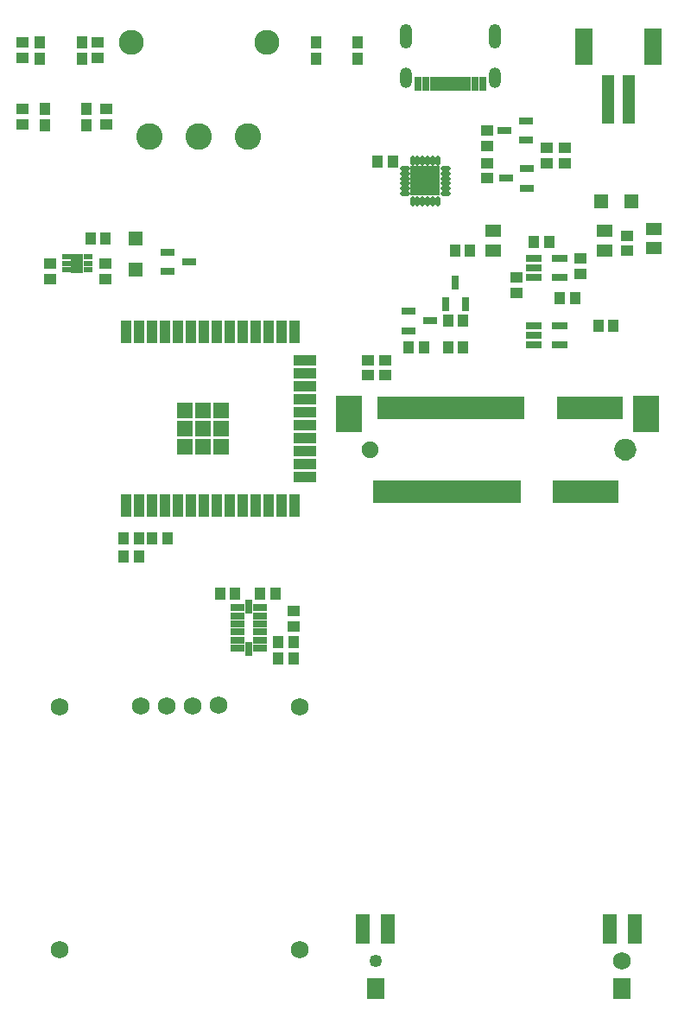
<source format=gts>
G04 Layer_Color=8388736*
%FSLAX25Y25*%
%MOIN*%
G70*
G01*
G75*
%ADD67R,0.04540X0.04343*%
%ADD68R,0.04343X0.04737*%
%ADD69R,0.04737X0.04147*%
%ADD70R,0.06312X0.04540*%
%ADD71R,0.04343X0.04540*%
%ADD72R,0.05308X0.02965*%
%ADD73R,0.02965X0.05308*%
%ADD74R,0.05721X0.03162*%
%ADD75R,0.05209X0.05682*%
%ADD76R,0.06036X0.06036*%
%ADD77R,0.04343X0.08674*%
%ADD78R,0.08674X0.04343*%
%ADD79R,0.03162X0.05721*%
%ADD80R,0.03162X0.05524*%
%ADD81R,0.01981X0.05524*%
%ADD82O,0.01902X0.03950*%
%ADD83O,0.03950X0.01902*%
%ADD84R,0.11430X0.11430*%
%ADD85R,0.06312X0.03162*%
%ADD86R,0.04147X0.04737*%
%ADD87R,0.05524X0.11430*%
%ADD88R,0.06706X0.08280*%
%ADD89R,0.03359X0.02178*%
%ADD90R,0.05131X0.07493*%
%ADD91R,0.05682X0.05209*%
%ADD92R,0.07099X0.14186*%
%ADD93R,0.04737X0.18910*%
%ADD94R,0.03300X0.09100*%
%ADD95R,0.10400X0.14000*%
%ADD96O,0.04737X0.07887*%
%ADD97O,0.04737X0.09461*%
%ADD98C,0.06902*%
%ADD99C,0.04934*%
%ADD100C,0.06800*%
%ADD101C,0.10249*%
%ADD102C,0.09658*%
%ADD103C,0.07202*%
%ADD104C,0.05202*%
G36*
X139910Y231731D02*
X140689Y231408D01*
X141357Y230895D01*
X141870Y230227D01*
X142192Y229448D01*
X142302Y228613D01*
X142192Y227778D01*
X141870Y226999D01*
X141357Y226331D01*
X140689Y225818D01*
X139910Y225495D01*
X139075Y225385D01*
X138239Y225495D01*
X137461Y225818D01*
X136793Y226331D01*
X136280Y226999D01*
X135957Y227778D01*
X135847Y228613D01*
X135957Y229448D01*
X136280Y230227D01*
X136793Y230895D01*
X137461Y231408D01*
X138239Y231731D01*
X139075Y231840D01*
X139910Y231731D01*
D02*
G37*
G36*
X238596Y232705D02*
X239618Y232282D01*
X240495Y231609D01*
X241169Y230731D01*
X241592Y229710D01*
X241736Y228613D01*
X241592Y227517D01*
X241169Y226495D01*
X240495Y225618D01*
X239618Y224944D01*
X238596Y224521D01*
X237500Y224377D01*
X236404Y224521D01*
X235382Y224944D01*
X234505Y225618D01*
X233831Y226495D01*
X233408Y227517D01*
X233264Y228613D01*
X233408Y229710D01*
X233831Y230731D01*
X234505Y231609D01*
X235382Y232282D01*
X236404Y232705D01*
X237500Y232849D01*
X238596Y232705D01*
D02*
G37*
D67*
X33900Y379780D02*
D03*
Y385685D02*
D03*
X37300Y354009D02*
D03*
Y359914D02*
D03*
X138300Y257219D02*
D03*
Y263124D02*
D03*
X144900Y257219D02*
D03*
Y263124D02*
D03*
X238250Y311167D02*
D03*
Y305262D02*
D03*
X220250Y302215D02*
D03*
Y296309D02*
D03*
X207035Y345061D02*
D03*
Y339156D02*
D03*
X184035Y339156D02*
D03*
Y333250D02*
D03*
Y345844D02*
D03*
Y351750D02*
D03*
X214035Y339156D02*
D03*
Y345061D02*
D03*
D68*
X13429Y359914D02*
D03*
X29571D02*
D03*
Y353615D02*
D03*
X13429D02*
D03*
X118039Y379386D02*
D03*
X134181D02*
D03*
Y385685D02*
D03*
X118039D02*
D03*
X11614Y379386D02*
D03*
X27756D02*
D03*
Y385685D02*
D03*
X11614D02*
D03*
D69*
X4800Y354009D02*
D03*
Y359914D02*
D03*
X195374Y289069D02*
D03*
Y294974D02*
D03*
X37000Y294512D02*
D03*
Y300417D02*
D03*
X15500Y294512D02*
D03*
Y300417D02*
D03*
X4800Y379780D02*
D03*
Y385685D02*
D03*
X109500Y166417D02*
D03*
Y160512D02*
D03*
D70*
X186512Y305428D02*
D03*
Y312909D02*
D03*
X248439Y306306D02*
D03*
Y313786D02*
D03*
X229561Y312909D02*
D03*
Y305428D02*
D03*
D71*
X171752Y305262D02*
D03*
X177658D02*
D03*
X109453Y154500D02*
D03*
X103547D02*
D03*
X109453Y148200D02*
D03*
X103547D02*
D03*
X169047Y278265D02*
D03*
X174953D02*
D03*
X169047Y268200D02*
D03*
X174953D02*
D03*
X153866D02*
D03*
X159772D02*
D03*
X31094Y309965D02*
D03*
X37000D02*
D03*
X81047Y172900D02*
D03*
X86953D02*
D03*
X102453D02*
D03*
X96547D02*
D03*
X208234Y308715D02*
D03*
X202329D02*
D03*
D72*
X87981Y167674D02*
D03*
Y164524D02*
D03*
Y161375D02*
D03*
Y158225D02*
D03*
Y155076D02*
D03*
Y151926D02*
D03*
X96619D02*
D03*
Y155076D02*
D03*
Y158225D02*
D03*
Y161375D02*
D03*
Y164524D02*
D03*
Y167674D02*
D03*
D73*
X92300Y151540D02*
D03*
Y168060D02*
D03*
D74*
X60866Y304724D02*
D03*
Y297205D02*
D03*
X69134Y300965D02*
D03*
X162134Y278265D02*
D03*
X153866Y274505D02*
D03*
Y282024D02*
D03*
X199669Y329490D02*
D03*
Y337010D02*
D03*
X191402Y333250D02*
D03*
X199169Y347990D02*
D03*
Y355510D02*
D03*
X190902Y351750D02*
D03*
D75*
X48500Y309965D02*
D03*
Y298153D02*
D03*
D76*
X81535Y243815D02*
D03*
X74448D02*
D03*
X67362D02*
D03*
X81535Y236728D02*
D03*
X74448D02*
D03*
X67362D02*
D03*
X81535Y229642D02*
D03*
X74448D02*
D03*
X67362D02*
D03*
D77*
X44921Y274130D02*
D03*
X49921D02*
D03*
X54921D02*
D03*
X59921D02*
D03*
X64921D02*
D03*
X69921D02*
D03*
X74921D02*
D03*
X79921D02*
D03*
X84921D02*
D03*
X89921D02*
D03*
X94921D02*
D03*
X99921D02*
D03*
X104921D02*
D03*
X109921D02*
D03*
Y207201D02*
D03*
X104921D02*
D03*
X99921D02*
D03*
X94921D02*
D03*
X89921D02*
D03*
X84921D02*
D03*
X79921D02*
D03*
X74921D02*
D03*
X69921D02*
D03*
X64921D02*
D03*
X59921D02*
D03*
X54921D02*
D03*
X49921D02*
D03*
X44921D02*
D03*
D78*
X113858Y263165D02*
D03*
Y258165D02*
D03*
Y253165D02*
D03*
Y248165D02*
D03*
Y243165D02*
D03*
Y238165D02*
D03*
Y233165D02*
D03*
Y228165D02*
D03*
Y223165D02*
D03*
Y218165D02*
D03*
D79*
X172000Y293134D02*
D03*
X175760Y284866D02*
D03*
X168240D02*
D03*
D80*
X182629Y369790D02*
D03*
X179480D02*
D03*
X160582D02*
D03*
X157432D02*
D03*
D81*
X176921D02*
D03*
X174952D02*
D03*
X172984D02*
D03*
X171015D02*
D03*
X169047D02*
D03*
X167078D02*
D03*
X165110D02*
D03*
X163141D02*
D03*
D82*
X165221Y340084D02*
D03*
X163253D02*
D03*
X161284D02*
D03*
X159316D02*
D03*
X157347D02*
D03*
X155379D02*
D03*
Y324336D02*
D03*
X157347D02*
D03*
X159316D02*
D03*
X161284D02*
D03*
X163253D02*
D03*
X165190D02*
D03*
D83*
X152427Y337130D02*
D03*
X152427Y335162D02*
D03*
X152427Y333193D02*
D03*
X152427Y331225D02*
D03*
X152427Y329256D02*
D03*
X152427Y327288D02*
D03*
X168175D02*
D03*
X168175Y329256D02*
D03*
X168175Y331225D02*
D03*
X168175Y333193D02*
D03*
X168175Y335162D02*
D03*
X168175Y337130D02*
D03*
D84*
X160252Y332210D02*
D03*
D85*
X202329Y276490D02*
D03*
Y272750D02*
D03*
Y269010D02*
D03*
X212171D02*
D03*
Y276490D02*
D03*
X202329Y302455D02*
D03*
Y298715D02*
D03*
Y294974D02*
D03*
X212171D02*
D03*
Y302455D02*
D03*
D86*
X218203Y287000D02*
D03*
X212297D02*
D03*
X141797Y339750D02*
D03*
X147703D02*
D03*
X232953Y276490D02*
D03*
X227047D02*
D03*
X49921Y187465D02*
D03*
X44015D02*
D03*
X55015Y194465D02*
D03*
X60921D02*
D03*
X49921D02*
D03*
X44015D02*
D03*
D87*
X145977Y43812D02*
D03*
X136135D02*
D03*
X231410D02*
D03*
X241253D02*
D03*
D88*
X141056Y20584D02*
D03*
X236332D02*
D03*
D89*
X30134Y297905D02*
D03*
Y300465D02*
D03*
Y303024D02*
D03*
X21866D02*
D03*
Y300465D02*
D03*
Y297905D02*
D03*
D90*
X26000Y300465D02*
D03*
D91*
X239906Y324250D02*
D03*
X228095D02*
D03*
D92*
X248273Y384156D02*
D03*
X221501D02*
D03*
D93*
X238824Y363683D02*
D03*
X230950D02*
D03*
D94*
X196949Y244755D02*
D03*
X181201D02*
D03*
X168602D02*
D03*
X174902D02*
D03*
X193799D02*
D03*
X187500D02*
D03*
X184350D02*
D03*
X190650D02*
D03*
X171752D02*
D03*
X178051D02*
D03*
X165453D02*
D03*
X233169Y212471D02*
D03*
X230020D02*
D03*
X226870D02*
D03*
X220571D02*
D03*
X214272D02*
D03*
X211122D02*
D03*
X223721D02*
D03*
X217421D02*
D03*
X212697Y244755D02*
D03*
X215846D02*
D03*
X222146D02*
D03*
X231594D02*
D03*
X225295D02*
D03*
X218996D02*
D03*
X234744D02*
D03*
X228445D02*
D03*
X144980Y212471D02*
D03*
X148130D02*
D03*
X157579D02*
D03*
X163878D02*
D03*
X141831D02*
D03*
X160728D02*
D03*
X154429D02*
D03*
X167028D02*
D03*
X151280D02*
D03*
X156004Y244755D02*
D03*
X146555D02*
D03*
X149705D02*
D03*
X162303D02*
D03*
X159154D02*
D03*
X152854D02*
D03*
X143406D02*
D03*
X170177Y212471D02*
D03*
X192224D02*
D03*
X189075D02*
D03*
X185925D02*
D03*
X195374D02*
D03*
X176476D02*
D03*
X173327D02*
D03*
X182776D02*
D03*
X179626D02*
D03*
D95*
X245669Y242392D02*
D03*
X130905D02*
D03*
D96*
X153023Y372152D02*
D03*
X187039D02*
D03*
D97*
X187039Y387900D02*
D03*
X153023D02*
D03*
D98*
X236332Y31410D02*
D03*
D99*
X141056D02*
D03*
D100*
X111839Y35771D02*
D03*
X19319D02*
D03*
X111839Y129472D02*
D03*
X19319D02*
D03*
X80579Y130078D02*
D03*
X70579Y129866D02*
D03*
X60579D02*
D03*
X50579D02*
D03*
D101*
X54000Y349465D02*
D03*
X72898D02*
D03*
X91795D02*
D03*
D102*
X46716Y385685D02*
D03*
X99079D02*
D03*
D103*
X237500Y228613D02*
D03*
D104*
X139075Y228613D02*
D03*
M02*

</source>
